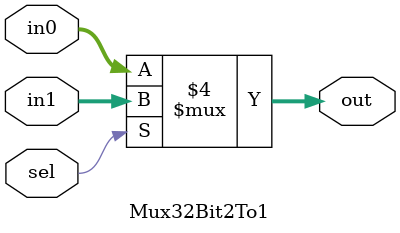
<source format=sv>
/*
* Main Single-Cycle Datapath Top Module
* The rest of the modules are also included below
* 	Top module has 3 new outputs used to verify correct 
* 	operation after modifications.
*/
module Datapath(input logic clock,
		input logic clear,
		output logic[31:0] writedata,
		output logic[31:0] dataadr,
		output logic memwrite);
		
		logic[31:0] data_memory_write_data;
		logic[31:0] data_memory_address;
		logic data_memory_write;
		
		// These have been added to facilitate verification 
		// after modifications
		assign writedata = data_memory_write_data;
		assign dataadr = data_memory_address;
		assign memwrite = data_memory_write;

	// PC register
	logic[31:0] pc_in;
	logic[31:0] pc_out;
	PcRegister pc_register(
			clock,
			clear,
			pc_in,
			pc_out);

	// Instruction memory
	logic[31:0] instruction_memory_address;
	logic[31:0] instruction_memory_instr;
	InstructionMemory instruction_memory(
			clock,
			clear,
			instruction_memory_address,
			instruction_memory_instr);
	
	// Connections for instruction memory
	assign instruction_memory_address = pc_out;
	
	// Adder4
	logic[31:0] adder4_in;
	logic[31:0] adder4_out;
	Adder4 adder4(adder4_in,
			adder4_out);
	
	// Connections for Adder4
	assign adder4_in = pc_out;
	
	// PC MUX
	logic[31:0] pc_mux_in0;
	logic[31:0] pc_mux_in1;
	logic[31:0] pc_mux_out;
	logic pc_mux_sel;
	Mux32Bit2To1 pc_mux(pc_mux_in0,
			pc_mux_in1,
			pc_mux_sel,
			pc_mux_out);
	
	// Connections for PC MUX
	assign pc_in = pc_mux_out;
	assign pc_mux_in0 = adder4_out;

	// Register file
	logic[4:0] register_file_read_index1;
	logic[31:0] register_file_read_data1;
	logic[4:0] register_file_read_index2;
	logic[31:0] register_file_read_data2;
	logic register_file_write;
	logic[4:0] register_file_write_index;
	logic[31:0] register_file_write_data;
	RegisterFile register_file(
			clock,
			clear,
			register_file_read_index1,
			register_file_read_data1,
			register_file_read_index2,
			register_file_read_data2,
			register_file_write,
			register_file_write_index,
			register_file_write_data);
	
	// Connections for register file
	assign register_file_read_index1 = instruction_memory_instr[19:15];
	assign register_file_read_index2 = instruction_memory_instr[24:20];
	assign register_file_write_index = instruction_memory_instr[11:7];

	// ALU MUX
	logic[31:0] alu_mux_in0;
	logic[31:0] alu_mux_in1;
	logic[31:0] alu_mux_out;
	logic alu_mux_sel;
	Mux32Bit2To1 alu_mux(
			alu_mux_in0,
			alu_mux_in1,
			alu_mux_sel,
			alu_mux_out);
	
	// Connections for ALU MUX
	assign alu_mux_in0 = register_file_read_data2;

	// ALU
	logic[31:0] alu_op1;
	logic[31:0] alu_op2;
	logic[3:0] alu_f;
	logic[31:0] alu_result;
	logic alu_zero;
	Alu alu(alu_op1,
			alu_op2,
			alu_f,
			alu_result,
			alu_zero);
	
	// Connections for ALU
	assign alu_op1 = register_file_read_data1;
	assign alu_op2 = alu_mux_out;

	// Data memory
	//logic[31:0] data_memory_address;
	//logic data_memory_write;
	//logic[31:0] data_memory_write_data;
	logic[31:0] data_memory_read_data;
	DataMemory data_memory(
			clock,
			clear,
			data_memory_address,
			data_memory_write,
			data_memory_write_data,
			data_memory_read_data);

	// Connections for data memory
	assign data_memory_address = alu_result;
	assign data_memory_write_data = register_file_read_data2;

	// Data memory MUX
	logic[31:0] data_memory_mux_in0;
	logic[31:0] data_memory_mux_in1;
	logic data_memory_mux_sel;
	logic[31:0] data_memory_mux_out;
	Mux32Bit2To1 data_memory_mux(
			data_memory_mux_in0,
			data_memory_mux_in1,
			data_memory_mux_sel,
			data_memory_mux_out);
	
	// Connections for data memory MUX
	assign data_memory_mux_in0 = alu_result;
	assign data_memory_mux_in1 = data_memory_read_data;
	assign register_file_write_data = data_memory_mux_out;

	// ImmExtend
	logic[31:0] imm_extend_in;
	logic[1:0] imm_extend_sel;
	logic[31:0] imm_extend_out;
	ImmExtend imm_extend(
			imm_extend_in,
			imm_extend_sel,
			imm_extend_out);
	
	// Connections for ImmExtend
	assign imm_extend_in = instruction_memory_instr[31:0];
	assign alu_mux_in1 = imm_extend_out;

	// PCAdder
	logic[31:0] pc_adder_op1;
	logic[31:0] pc_adder_op2;
	logic[31:0] pc_adder_result;
	PCAdder adder(pc_adder_op1,
			pc_adder_op2,
			pc_adder_result);
	
	// Connections for adder
	assign pc_adder_op1 = imm_extend_out;
	assign pc_adder_op2 = pc_out;
	assign pc_mux_in1 = pc_adder_result;

	// And gate
	logic and_gate_in1;
	logic and_gate_in2;
	logic and_gate_pcsrc;
	and and_gate(and_gate_pcsrc,
			and_gate_in1,
			and_gate_in2);
	
	// Connections for and gate
	assign and_gate_in2 = alu_zero;
	assign pc_mux_sel = and_gate_pcsrc;
		
	// Control unit
	logic[6:0] control_unit_opcode;
	logic[2:0] control_unit_funct3;
	logic control_unit_funct7;
	logic[1:0] control_unit_imm_src;
	logic control_unit_reg_write;
	logic control_unit_alu_src;
	logic[3:0] control_unit_alu_op;
	logic control_unit_branch;
	logic control_unit_mem_write;
	logic control_unit_result_src;
	ControlUnit control_unit(
			control_unit_opcode,
			control_unit_funct3,
			control_unit_funct7,
			control_unit_imm_src,
			control_unit_reg_write,
			control_unit_alu_src,
			control_unit_alu_op,
			control_unit_branch,
			control_unit_mem_write,
			control_unit_result_src);
	
	// Connections for control unit
	assign control_unit_opcode = instruction_memory_instr[6:0];
	assign control_unit_funct3 = instruction_memory_instr[14:12];
	assign control_unit_funct7 = instruction_memory_instr[30];
	assign imm_extend_sel = control_unit_imm_src;
	assign register_file_write = control_unit_reg_write;
	assign alu_mux_sel = control_unit_alu_src;
	assign alu_f = control_unit_alu_op;
	assign and_gate_in1 = control_unit_branch;
	assign data_memory_write = control_unit_mem_write;
	assign data_memory_mux_sel = control_unit_result_src;

endmodule

/*
*	Control Unit
*/
module ControlUnit(input logic[6:0] opcode,
		input logic[2:0] funct3,
		input logic funct7,
		output logic[1:0] imm_src,
		output logic reg_write,
		output logic alu_src,
		output logic[3:0] alu_op,
		output logic branch,
		output logic mem_write,
		output logic result_src);

	always_comb
	   begin
		
		// Make sure that all output have an initial value assigned in
		// order to prevent synthesis of sequential logic.
		imm_src = 2'bxx;
		reg_write = 1'bx;
		alu_src = 1'bx;
		alu_op = 4'bxxxx;
		branch = 1'bx;
		mem_write = 1'bx;
		result_src = 1'bx;

		// Check opcode
		case (opcode)

			// If opcode is 011 0011 (R-Type), 
			// check funct3, and funct7 bits
			7'h33: begin

				// Common signals
				reg_write = 1;
				alu_src = 0;
				branch = 0;
				mem_write = 0;
				result_src = 0;
			
				// ALU operation depends on funct3 and funct7
				case (funct3)

					// add or sub
					3'b000: begin
						case (funct7)
							0: begin	// add
								alu_op = 4'b0010;
								$display("\tInstruction 'add'");
								end
							1: begin	// sub
								alu_op = 4'b0110;
								$display("\tInstruction 'sub'");
								end
						endcase
					end
					// and
					3'b111: begin
						alu_op = 4'b0000;
						$display("\tInstruction 'and'");
					end

					// or
					3'b110: begin
						alu_op = 4'b0001;
						$display("\tInstruction 'or'");
					end

					// slt
					3'b010: begin
						alu_op = 4'b0111;
						$display("\tInstruction 'slt'");
					end
					
					// sll
					3'b001: begin
					   alu_op = 4'b1000;
					   $display("\tInstruction 'sll'");
					end
				endcase
			end
            
            // slli
            7'h13: begin
                //imm_src = 2'b00;
				//reg_write = 1;
				//alu_src = 1;
				alu_op = 4'b1000;
				//branch = 0;
				//mem_write = 0;
				//result_src = 1;
				
				reg_write = 1;
				alu_src = 0;
				branch = 0;
				mem_write = 0;
				result_src = 0;
				$display("\tInstruction 'slli'");
            end
            
			// lw    (opcode = 000 0011)
			7'h03: begin
				imm_src = 2'b00;
				reg_write = 1;
				alu_src = 1;
				alu_op = 4'b0010;
				branch = 0;
				mem_write = 0;
				result_src = 1;
				$display("\tInstruction 'lw'");
			end

			// sw    (opcode = 010 0011)
			7'h23: begin
				imm_src = 2'b01;
				reg_write = 0;
				alu_src = 1;
				alu_op = 4'b0010;
				branch = 0;
				mem_write = 1;
				$display("\tInstruction 'sw'");
			end

			// beq    (opcode = 110 0011)
			7'h63: begin
				imm_src = 2'b10;
				reg_write = 0;
				alu_src = 0;
				alu_op = 4'b0110;
				branch = 1;
				mem_write = 0;
				$display("\tInstruction 'beq'");
			end
		endcase
	end
endmodule

/*
*	Pc Register
*/
module PcRegister(input logic clock,
		input logic clear,
		input logic[31:0] in,
		output logic[31:0] out);

	// The initial value for the PC register is 0x00010000;
	always_ff @(negedge clock, posedge clear)
		if (clear)
			out = 32'h00010000;
		else
			out = in;
endmodule

/*
*	Instruction Memory
*/
module InstructionMemory(input logic clock,
		input logic clear,
		input logic[31:0] address,
		output logic[31:0] instr);

	// We model 1KB of intruction memory (0x400 bytes in hex)
	logic[31:0] content[255:0];
	integer i;
	
	always_ff @(negedge clock, posedge clear)
		if (clear) begin

			// Reset content
			for (i = 0; i < 256; i = i + 1)
				content[i] = 0;

			// Initial program in machine code
			/*content[0] = 32'h002081B3;	// add x3, x1, x2  <- label 'main'
			content[1] = 32'h402081B3;	// sub x3, x1, x2
			content[2] = 32'h0020F1B3;	// and x3, x1, x2
			content[3] = 32'h0020E1B3;	// or  x3, x1, x2
			content[4] = 32'h0020A1B3;	// slt x3, x1, x2
			content[5] = 32'h001121B3;	// slt x3, x2, x1
			content[6] = 32'hFE0504E3;	// beq x10, x0, main
			content[7] = 32'h00052183;	// lw  x3, 0(x10)
			content[8] = 32'h00452183;	// lw  x3, 4(x10)
			content[9] = 32'h00352423;	// sw  x3, 8(x10)
			content[10] = 32'hFC000CE3;	// beq x0, x0, main
			*/
			
			// Initial values
			content[0] = 32'h002081B3;	// add x3, x1, x2  <- label 'main'
			content[1] = 32'h402081B3;	// sub x3, x1, x2
			content[2] = 32'h0020F1B3;	// and x3, x1, x2
			content[3] = 32'h0020E1B3;	// or  x3, x1, x2
			content[4] = 32'h0020A1B3;	// slt x3, x1, x2
			content[5] = 32'h001121B3;	// slt x3, x2, x1
			content[6] = 32'hFE0504E3;	// beq x10, x0, main
			content[7] = 32'h00052183;	// lw  x3, 0(x10)
			content[8] = 32'h00452183;	// lw  x3, 4(x10)
			content[9] = 32'h00352423;	// sw  x3, 8(x10)
			content[10] = 32'h00311193;	// slli  x3, x2, 3
			content[11] = 32'h002191B3;	// sll x3, x3, x2
			content[12] = 32'h04352A23;	// sw  x3, 84(x10)			
			content[13] = 32'hFC0006E3;	// beq x0, x0, main
		end
		else begin
			// Display current instruction 
			$display("Fetch at PC %08x: instruction %08x", address, instr);
		end

	// Read instruction
	assign instr = address >= 32'h00010000 && address < 32'h00010400 ?
			content[(address - 32'h00010000) >> 2] : 0;

endmodule

/*
*	Register File
*/
module RegisterFile(input logic clock,
		input logic clear,
		input logic[4:0] read_index1,
		output logic[31:0] read_data1,
		input logic[4:0] read_index2,
		output logic[31:0] read_data2,
		input logic write,
		input logic[4:0] write_index,
		input logic[31:0] write_data);

	logic[31:0] content[31:0];
	integer i;

	always_ff @(negedge clock, posedge clear)
		if (clear) begin

			// Reset all registers
			for (i = 0; i < 32; i = i + 1)
				content[i] = 0;

			// Set initial values
			content[1] = 1;			// x1 = 1
			content[2] = 2;			// x2 = 2
			content[10] = 32'h10000000;	// x10 = 0x10000000
		end else if (write) begin
			content[write_index] = write_data;
			$display("\tR[%d] = %x (hex)", write_index, write_data);
		end
	// A read to register 0 always returns 0
	assign read_data1 = read_index1 == 0 ? 0 : content[read_index1];
	assign read_data2 = read_index2 == 0 ? 0 : content[read_index2];
	

endmodule

/*
*	Data Memory
*/
module DataMemory(input logic clock,
		input logic clear,
		input logic[31:0] address,
		input logic write,
		input logic[31:0] write_data,
		output logic[31:0] read_data);

	// We model 1KB of data memory (0x400 bytes in hex)
	logic[31:0] content[255:0];
	integer i;
	
	always_ff @(negedge clock, posedge clear)
		if (clear) begin

			// Reset memory
			for (i = 0; i < 256; i = i + 1)
				content[i] = 0;

			// Initial values
			// Mem[0x10000000] = 100
			// Mem[0x10000004] = 200
			content[0] = 100;
			content[1] = 200;

		end else if (write
				&& address >= 32'h10000000
				&& address < 32'h10000400)
		begin

			// Valid addresses
			content[(address - 32'h10000000) >> 2] = write_data;
			$display("\tM[%x] = %x (hex)", address, write_data);
		end

	// Return 0 if address is not valid
	assign read_data = address >= 32'h10000000
			&& address < 32'h10000400 ?
			content[(address - 32'h10000000) >> 2] : 0;
	
endmodule

/*
*	ALU
*/
module Alu(input logic[31:0] op1,
		input logic[31:0] op2,
		input logic[3:0] f,
		output logic[31:0] result,
		output logic zero);

	always_comb
		case (f)
			4'b0000: begin result = op1 & op2;
			//$display("op1 = %x, op2 = %x", op1, op2);
			//$display("result = %x", result);
			end
			4'b0001: begin result = op1 | op2;
			//$display("op1 = %x, op2 = %x", op1, op2);
			//$display("result = %x", result);
			end
			4'b0010: begin result = op1 + op2;
			//$display("op1 = %x, op2 = %x", op1, op2);
			//$display("result = %x", result);
			end
			4'b0011: begin result = 32'hxxxxxxxx;
			//$display("op1 = %x, op2 = %x", op1, op2);
			//$display("result = %x", result);
			end
			4'b0100: begin result = op1 & ~op2;
			//$display("op1 = %x, op2 = %x", op1, op2);
			//$display("result = %x", result);
			end
			4'b0101: begin result = op1 | ~op2;
			//$display("op1 = %x, op2 = %x", op1, op2);
			//$display("result = %x", result);
			end
			4'b0110: begin result = op1 - op2;
			//$display("op1 = %x, op2 = %x", op1, op2);
			//$display("result = %x", result);
			end
			4'b0111: begin
			     result = op1 < op2;
			     //$display("op1 = %x, op2 = %x", op1, op2);
			     //$display("result = %x", result);
			  end
			4'b1000: begin
			  $display("op1 = %x, op2 = %x", op1, op2);
			  result = op1 << op2[4:0];
			  $display("result = %x", result);
			  end
		endcase
	
	assign zero = result == 0;
endmodule

/*
*	ImmExtend
*/
module ImmExtend(input logic[31:0] instr, 
				input logic[1:0] immSrc,
				output logic[31:0] out);

	always_comb
		case (immSrc)
			2'b00: out = {{20{instr[31]}}, instr[31:20]};
			2'b01: out = {{20{instr[31]}}, instr[31:25], instr[11:7]};
			2'b10: out = {{20{instr[31]}}, instr[7], instr[30:25], instr[11:8], 1'b0};
			default: out = 32'bx;
		endcase
endmodule

/*
*	PC Adder
*/
module PCAdder(input logic[31:0] op1,
		input logic[31:0] op2,
		output logic[31:0] result);
	
	assign result = op1 + op2;

endmodule

/*
*	Adder4
*/
module Adder4(input logic[31:0] in,
		output logic[31:0] out);

	assign out = in + 4;
endmodule

/*
*	Multiplexer
*/
module Mux32Bit2To1(input logic[31:0] in0,
		input logic[31:0] in1,
		input logic sel,
		output logic[31:0] out);

	assign out = sel ? in1 : in0;

endmodule

// END


</source>
